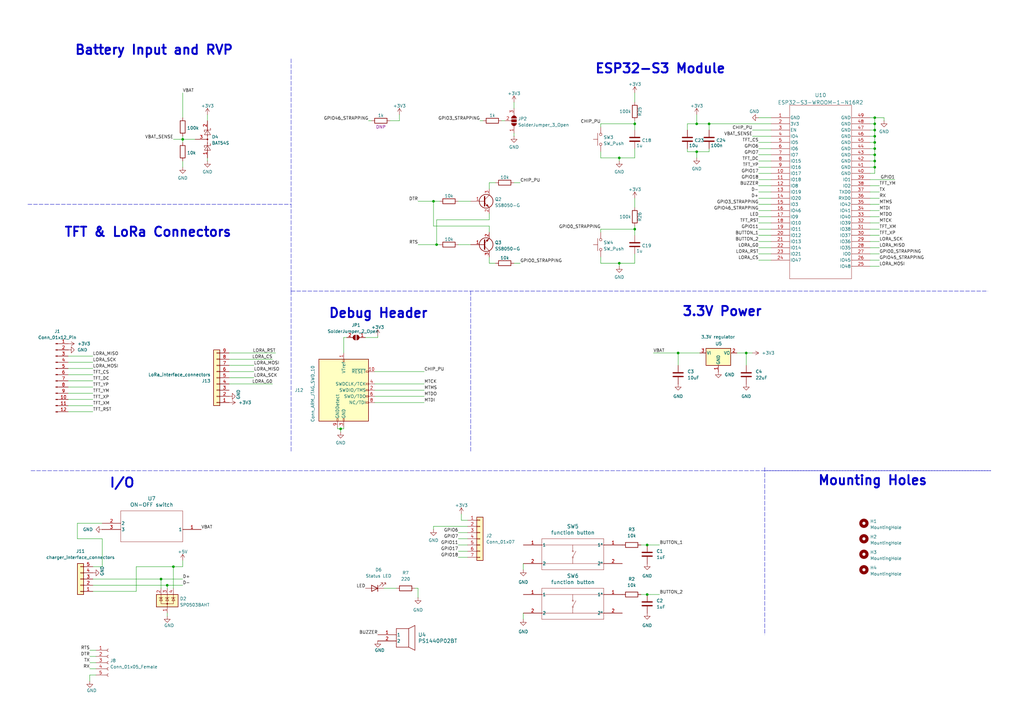
<source format=kicad_sch>
(kicad_sch (version 20231120) (generator "eeschema") (generator_version "8.0")
  (paper "A3")
  (lib_symbols
    (symbol "+3V3_1" (power) (pin_numbers hide) (pin_names (offset 0) hide)
      (property "Value" "+3V3" (at 0 3.556 0))
      (symbol "+3V3_1_1_1"
        (pin power_in line (at 0 0 90) (length 0) (name "~") (number "1"))
      )
    )
    (symbol "2024-10-08_01-38-24:EVQ-P7A01P" (pin_names (offset 0.254))
      (property "Reference" "SW6" (at 20.32 7.62 0))
      (property "Value" "function button" (at 20.32 5.08 0))
      (symbol "EVQ-P7A01P_0_1"
        (pin unspecified line (at 0 0 0) (length 7.62) (name "1") (number "1"))
        (pin unspecified line (at 0 -7.62 0) (length 7.62) (name "2") (number "2"))
      )
      (symbol "EVQ-P7A01P_1_1"
        (pin unspecified line (at 40.64 0 180) (length 7.62) (name "1*") (number "1"))
        (pin unspecified line (at 40.64 -7.62 180) (length 7.62) (name "2*") (number "2"))
      )
    )
    (symbol "2024-10-08_01-39-16:OS102011MA1QS1" (pin_names (offset 0.254))
      (property "Reference" "U" (at 20.32 10.16 0))
      (property "Value" "OS102011MA1QS1" (at 20.32 7.62 0))
      (symbol "OS102011MA1QS1_0_1"
        (pin unspecified line (at 0 0 0) (length 7.62) (name "1") (number "1"))
        (pin unspecified line (at 40.64 -2.54 180) (length 7.62) (name "2") (number "2"))
        (pin unspecified line (at 40.64 0 180) (length 7.62) (name "3") (number "3"))
      )
    )
    (symbol "2024-10-11_03-25-17:PS1440P02BT" (pin_names (offset 0.254))
      (property "Reference" "U" (at 7.62 7.62 0))
      (property "Value" "PS1440P02BT" (at 20.32 7.62 0))
      (symbol "PS1440P02BT_0_1"
        (pin unspecified line (at 0 0 0) (length 7.62) (name "1") (number "1"))
        (pin unspecified line (at 0 -2.54 0) (length 7.62) (name "2") (number "2"))
      )
    )
    (symbol "Connector:Conn_01x05_Female" (pin_names (offset 1.016) hide)
      (property "Reference" "J" (at 0 7.62 0))
      (property "Value" "Conn_01x05_Female" (at 0 -7.62 0))
      (symbol "Conn_01x05_Female_1_1"
        (pin passive line (at -5.08 5.08 0) (length 3.81) (name "Pin_1") (number "1"))
        (pin passive line (at -5.08 2.54 0) (length 3.81) (name "Pin_2") (number "2"))
        (pin passive line (at -5.08 0 0) (length 3.81) (name "Pin_3") (number "3"))
        (pin passive line (at -5.08 -2.54 0) (length 3.81) (name "Pin_4") (number "4"))
        (pin passive line (at -5.08 -5.08 0) (length 3.81) (name "Pin_5") (number "5"))
      )
    )
    (symbol "Connector:Conn_01x12_Pin" (pin_names (offset 1.016) hide)
      (property "Reference" "J" (at 0 15.24 0))
      (property "Value" "Conn_01x12_Pin" (at 0 -17.78 0))
      (symbol "Conn_01x12_Pin_1_1"
        (pin passive line (at 5.08 12.7 180) (length 3.81) (name "Pin_1") (number "1"))
        (pin passive line (at 5.08 -10.16 180) (length 3.81) (name "Pin_10") (number "10"))
        (pin passive line (at 5.08 -12.7 180) (length 3.81) (name "Pin_11") (number "11"))
        (pin passive line (at 5.08 -15.24 180) (length 3.81) (name "Pin_12") (number "12"))
        (pin passive line (at 5.08 10.16 180) (length 3.81) (name "Pin_2") (number "2"))
        (pin passive line (at 5.08 7.62 180) (length 3.81) (name "Pin_3") (number "3"))
        (pin passive line (at 5.08 5.08 180) (length 3.81) (name "Pin_4") (number "4"))
        (pin passive line (at 5.08 2.54 180) (length 3.81) (name "Pin_5") (number "5"))
        (pin passive line (at 5.08 0 180) (length 3.81) (name "Pin_6") (number "6"))
        (pin passive line (at 5.08 -2.54 180) (length 3.81) (name "Pin_7") (number "7"))
        (pin passive line (at 5.08 -5.08 180) (length 3.81) (name "Pin_8") (number "8"))
        (pin passive line (at 5.08 -7.62 180) (length 3.81) (name "Pin_9") (number "9"))
      )
    )
    (symbol "Connector:Conn_ARM_JTAG_SWD_10" (pin_names (offset 1.016))
      (property "Reference" "J" (at -2.54 16.51 0))
      (property "Value" "Conn_ARM_JTAG_SWD_10" (at -2.54 13.97 0))
      (symbol "Conn_ARM_JTAG_SWD_10_1_1"
        (pin power_in line (at 0 15.24 270) (length 2.54) (name "VTref") (number "1"))
        (pin open_collector line (at 12.7 7.62 180) (length 2.54) (name "~{RESET}") (number "10"))
        (pin bidirectional line (at 12.7 0 180) (length 2.54) (name "SWDIO/TMS") (number "2"))
        (pin power_in line (at 0 -15.24 90) (length 2.54) (name "GND") (number "3"))
        (pin output line (at 12.7 2.54 180) (length 2.54) (name "SWDCLK/TCK") (number "4"))
        (pin passive line (at 0 -15.24 90) (length 2.54) hide (name "GND") (number "5"))
        (pin input line (at 12.7 -2.54 180) (length 2.54) (name "SWO/TDO") (number "6"))
        (pin no_connect line (at -10.16 0 0) (length 2.54) hide (name "KEY") (number "7"))
        (pin output line (at 12.7 -5.08 180) (length 2.54) (name "NC/TDI") (number "8"))
        (pin passive line (at -2.54 -15.24 90) (length 2.54) (name "GNDDetect") (number "9"))
      )
    )
    (symbol "Connector_Generic:Conn_01x05" (pin_names (offset 1.016) hide)
      (property "Reference" "J11" (at 0 -11.43 0))
      (property "Value" "charger_interface_connectors" (at 0 -8.89 0))
      (symbol "Conn_01x05_1_1"
        (pin passive line (at -5.08 5.08 0) (length 3.81) (name "5V") (number "1"))
        (pin passive line (at -5.08 2.54 0) (length 3.81) (name "D-") (number "2"))
        (pin passive line (at -5.08 0 0) (length 3.81) (name "D+") (number "3"))
        (pin passive line (at -5.08 -2.54 0) (length 3.81) (name "GND") (number "4"))
        (pin passive line (at -5.08 -5.08 0) (length 3.81) (name "BAT") (number "5"))
      )
    )
    (symbol "Connector_Generic:Conn_01x07" (pin_names (offset 1.016) hide)
      (property "Reference" "J" (at 0 10.16 0))
      (property "Value" "Conn_01x07" (at 0 -10.16 0))
      (symbol "Conn_01x07_1_1"
        (pin passive line (at -5.08 7.62 0) (length 3.81) (name "Pin_1") (number "1"))
        (pin passive line (at -5.08 5.08 0) (length 3.81) (name "Pin_2") (number "2"))
        (pin passive line (at -5.08 2.54 0) (length 3.81) (name "Pin_3") (number "3"))
        (pin passive line (at -5.08 0 0) (length 3.81) (name "Pin_4") (number "4"))
        (pin passive line (at -5.08 -2.54 0) (length 3.81) (name "Pin_5") (number "5"))
        (pin passive line (at -5.08 -5.08 0) (length 3.81) (name "Pin_6") (number "6"))
        (pin passive line (at -5.08 -7.62 0) (length 3.81) (name "Pin_7") (number "7"))
      )
    )
    (symbol "Connector_Generic:Conn_01x09" (pin_names (offset 1.016) hide)
      (property "Reference" "J13" (at 2.54 1.2701 0))
      (property "Value" "LoRa_interface_connectors" (at 2.54 -1.2699 0))
      (symbol "Conn_01x09_1_1"
        (pin passive line (at -5.08 10.16 0) (length 3.81) (name "VIN") (number "1"))
        (pin passive line (at -5.08 7.62 0) (length 3.81) (name "GND") (number "2"))
        (pin passive line (at -5.08 5.08 0) (length 3.81) (name "EN") (number "3"))
        (pin passive line (at -5.08 2.54 0) (length 3.81) (name "G0") (number "4"))
        (pin passive line (at -5.08 0 0) (length 3.81) (name "SCK") (number "5"))
        (pin passive line (at -5.08 -2.54 0) (length 3.81) (name "MISO") (number "6"))
        (pin passive line (at -5.08 -5.08 0) (length 3.81) (name "MOSI") (number "7"))
        (pin passive line (at -5.08 -7.62 0) (length 3.81) (name "CS") (number "8"))
        (pin passive line (at -5.08 -10.16 0) (length 3.81) (name "RST") (number "9"))
      )
    )
    (symbol "Device:C" (pin_numbers hide) (pin_names (offset 0.254))
      (property "Reference" "C" (at 0.635 2.54 0))
      (property "Value" "C" (at 0.635 -2.54 0))
      (symbol "C_1_1"
        (pin passive line (at 0 3.81 270) (length 2.794) (name "~") (number "1"))
        (pin passive line (at 0 -3.81 90) (length 2.794) (name "~") (number "2"))
      )
    )
    (symbol "Device:Q_NPN_BEC" (pin_names (offset 0) hide)
      (property "Reference" "Q" (at 5.08 1.27 0))
      (property "Value" "Q_NPN_BEC" (at 5.08 -1.27 0))
      (symbol "Q_NPN_BEC_1_1"
        (pin input line (at -5.08 0 0) (length 5.715) (name "B") (number "1"))
        (pin passive line (at 2.54 -5.08 90) (length 2.54) (name "E") (number "2"))
        (pin passive line (at 2.54 5.08 270) (length 2.54) (name "C") (number "3"))
      )
    )
    (symbol "Device:R" (pin_numbers hide) (pin_names (offset 0))
      (property "Reference" "R" (at 2.032 0 90))
      (property "Value" "R" (at 0 0 90))
      (symbol "R_1_1"
        (pin passive line (at 0 3.81 270) (length 1.27) (name "~") (number "1"))
        (pin passive line (at 0 -3.81 90) (length 1.27) (name "~") (number "2"))
      )
    )
    (symbol "Diode:BAT54S" (pin_names (offset 1.016))
      (property "Reference" "D" (at 0.635 -3.81 0))
      (property "Value" "BAT54S" (at -6.35 3.175 0))
      (symbol "BAT54S_1_1"
        (pin passive line (at -7.62 0 0) (length 3.81) (name "~") (number "1"))
        (pin passive line (at 7.62 0 180) (length 3.81) (name "~") (number "2"))
        (pin passive line (at 0 -5.08 90) (length 5.08) (name "~") (number "3"))
      )
    )
    (symbol "EVQ-P7A01P_1" (pin_names (offset 0.254))
      (property "Reference" "SW5" (at 20.32 7.62 0))
      (property "Value" "function button" (at 20.32 5.08 0))
      (symbol "EVQ-P7A01P_1_0_1"
        (pin unspecified line (at 0 0 0) (length 7.62) (name "1") (number "1"))
        (pin unspecified line (at 40.64 0 180) (length 7.62) (name "1*") (number "1"))
        (pin unspecified line (at 0 -7.62 0) (length 7.62) (name "2") (number "2"))
        (pin unspecified line (at 40.64 -7.62 180) (length 7.62) (name "2*") (number "2"))
      )
    )
    (symbol "Jumper:SolderJumper_2_Open" (pin_names (offset 0) hide)
      (property "Reference" "JP" (at 0 2.032 0))
      (property "Value" "SolderJumper_2_Open" (at 0 -2.54 0))
      (symbol "SolderJumper_2_Open_1_1"
        (pin passive line (at -3.81 0 0) (length 2.54) (name "A") (number "1"))
        (pin passive line (at 3.81 0 180) (length 2.54) (name "B") (number "2"))
      )
    )
    (symbol "Jumper:SolderJumper_3_Open" (pin_names (offset 0) hide)
      (property "Reference" "JP" (at -2.54 -2.54 0))
      (property "Value" "SolderJumper_3_Open" (at 0 2.794 0))
      (symbol "SolderJumper_3_Open_1_1"
        (pin passive line (at -5.08 0 0) (length 2.54) (name "A") (number "1"))
        (pin passive line (at 0 -3.81 90) (length 2.54) (name "C") (number "2"))
        (pin passive line (at 5.08 0 180) (length 2.54) (name "B") (number "3"))
      )
    )
    (symbol "LED:IR26-21C_L110_TR8" (pin_numbers hide) (pin_names (offset 1.016) hide)
      (property "Reference" "D" (at 0 2.54 0))
      (property "Value" "IR26-21C_L110_TR8" (at 0 -3.81 0))
      (symbol "IR26-21C_L110_TR8_1_1"
        (pin passive line (at -3.81 0 0) (length 2.54) (name "K") (number "1"))
        (pin passive line (at 3.81 0 180) (length 2.54) (name "A") (number "2"))
      )
    )
    (symbol "Mechanical:MountingHole" (pin_names (offset 1.016))
      (property "Reference" "H" (at 0 5.08 0))
      (property "Value" "MountingHole" (at 0 3.175 0))
    )
    (symbol "Power_Protection:SP0503BAHT" (pin_names hide)
      (property "Reference" "D" (at 5.715 2.54 0))
      (property "Value" "SP0503BAHT" (at 5.715 0.635 0))
      (symbol "SP0503BAHT_0_0"
        (pin passive line (at 0 -5.08 90) (length 2.54) (name "A") (number "1"))
      )
      (symbol "SP0503BAHT_1_1"
        (pin passive line (at -2.54 5.08 270) (length 2.54) (name "K") (number "2"))
        (pin passive line (at 0 5.08 270) (length 2.54) (name "K") (number "3"))
        (pin passive line (at 2.54 5.08 270) (length 2.54) (name "K") (number "4"))
      )
    )
    (symbol "Regulator_Linear:AZ1117-3.3" (pin_names (offset 0.254))
      (property "Reference" "U" (at -3.81 3.175 0))
      (property "Value" "AZ1117-3.3" (at 0 3.175 0))
      (symbol "AZ1117-3.3_1_1"
        (pin power_in line (at 0 -7.62 90) (length 2.54) (name "GND") (number "1"))
        (pin power_out line (at 7.62 0 180) (length 2.54) (name "VO") (number "2"))
        (pin power_in line (at -7.62 0 0) (length 2.54) (name "VI") (number "3"))
      )
    )
    (symbol "Switch:SW_Push" (pin_numbers hide) (pin_names (offset 1.016) hide)
      (property "Reference" "SW" (at 1.27 2.54 0))
      (property "Value" "SW_Push" (at 0 -1.524 0))
      (symbol "SW_Push_0_1"
        (pin passive line (at -5.08 0 0) (length 2.54) (name "1") (number "1"))
        (pin passive line (at 5.08 0 180) (length 2.54) (name "2") (number "2"))
      )
    )
    (symbol "basic:C" (pin_numbers hide) (pin_names (offset 0.254))
      (property "Reference" "C" (at 0.635 2.54 0))
      (symbol "C_1_1"
        (pin passive line (at 0 3.81 270) (length 2.794) (name "~") (number "1"))
        (pin passive line (at 0 -3.81 90) (length 2.794) (name "~") (number "2"))
      )
    )
    (symbol "basic:R" (pin_numbers hide) (pin_names (offset 0))
      (property "Value" "R" (at 0 0 90))
      (symbol "R_1_1"
        (pin passive line (at 0 3.81 270) (length 1.27) (name "~") (number "1"))
        (pin passive line (at 0 -3.81 90) (length 1.27) (name "~") (number "2"))
      )
    )
    (symbol "local_symbols:ESP32-S3-WROOM-1-N16R2" (pin_names (offset 0.254))
      (property "Reference" "U" (at 20.32 10.16 0))
      (property "Value" "ESP32-S3-WROOM-1-N16R2" (at 20.32 7.62 0))
      (symbol "ESP32-S3-WROOM-1-N16R2_0_1"
        (pin power_out line (at 0 0 0) (length 7.62) (name "GND") (number "1"))
        (pin bidirectional line (at 0 -22.86 0) (length 7.62) (name "IO17") (number "10"))
        (pin bidirectional line (at 0 -25.4 0) (length 7.62) (name "IO18") (number "11"))
        (pin bidirectional line (at 0 -27.94 0) (length 7.62) (name "IO8") (number "12"))
        (pin bidirectional line (at 0 -30.48 0) (length 7.62) (name "IO19") (number "13"))
        (pin bidirectional line (at 0 -33.02 0) (length 7.62) (name "IO20") (number "14"))
        (pin bidirectional line (at 0 -35.56 0) (length 7.62) (name "IO3") (number "15"))
        (pin bidirectional line (at 0 -38.1 0) (length 7.62) (name "IO46") (number "16"))
        (pin bidirectional line (at 0 -40.64 0) (length 7.62) (name "IO9") (number "17"))
        (pin bidirectional line (at 0 -43.18 0) (length 7.62) (name "IO10") (number "18"))
        (pin bidirectional line (at 0 -45.72 0) (length 7.62) (name "IO11") (number "19"))
        (pin power_in line (at 0 -2.54 0) (length 7.62) (name "3V3") (number "2"))
        (pin bidirectional line (at 0 -48.26 0) (length 7.62) (name "IO12") (number "20"))
        (pin bidirectional line (at 0 -50.8 0) (length 7.62) (name "IO13") (number "21"))
        (pin bidirectional line (at 0 -53.34 0) (length 7.62) (name "IO14") (number "22"))
        (pin bidirectional line (at 0 -55.88 0) (length 7.62) (name "IO21") (number "23"))
        (pin bidirectional line (at 0 -58.42 0) (length 7.62) (name "IO47") (number "24"))
        (pin bidirectional line (at 40.64 -60.96 180) (length 7.62) (name "IO48") (number "25"))
        (pin bidirectional line (at 40.64 -58.42 180) (length 7.62) (name "IO45") (number "26"))
        (pin bidirectional line (at 40.64 -55.88 180) (length 7.62) (name "IO0") (number "27"))
        (pin bidirectional line (at 40.64 -53.34 180) (length 7.62) (name "IO35") (number "28"))
        (pin bidirectional line (at 40.64 -50.8 180) (length 7.62) (name "IO36") (number "29"))
        (pin input line (at 0 -5.08 0) (length 7.62) (name "EN") (number "3"))
        (pin bidirectional line (at 40.64 -48.26 180) (length 7.62) (name "IO37") (number "30"))
        (pin bidirectional line (at 40.64 -45.72 180) (length 7.62) (name "IO38") (number "31"))
        (pin bidirectional line (at 40.64 -43.18 180) (length 7.62) (name "IO39") (number "32"))
        (pin bidirectional line (at 40.64 -40.64 180) (length 7.62) (name "IO40") (number "33"))
        (pin bidirectional line (at 40.64 -38.1 180) (length 7.62) (name "IO41") (number "34"))
        (pin bidirectional line (at 40.64 -35.56 180) (length 7.62) (name "IO42") (number "35"))
        (pin bidirectional line (at 40.64 -33.02 180) (length 7.62) (name "RXD0") (number "36"))
        (pin bidirectional line (at 40.64 -30.48 180) (length 7.62) (name "TXD0") (number "37"))
        (pin bidirectional line (at 40.64 -27.94 180) (length 7.62) (name "IO2") (number "38"))
        (pin bidirectional line (at 40.64 -25.4 180) (length 7.62) (name "IO1") (number "39"))
        (pin bidirectional line (at 0 -7.62 0) (length 7.62) (name "IO4") (number "4"))
        (pin power_out line (at 40.64 -22.86 180) (length 7.62) (name "GND") (number "40"))
        (pin power_out line (at 40.64 -20.32 180) (length 7.62) (name "GND") (number "41"))
        (pin power_out line (at 40.64 -17.78 180) (length 7.62) (name "GND") (number "42"))
        (pin power_out line (at 40.64 -15.24 180) (length 7.62) (name "GND") (number "43"))
        (pin power_out line (at 40.64 -12.7 180) (length 7.62) (name "GND") (number "44"))
        (pin power_out line (at 40.64 -10.16 180) (length 7.62) (name "GND") (number "45"))
        (pin power_out line (at 40.64 -7.62 180) (length 7.62) (name "GND") (number "46"))
        (pin power_out line (at 40.64 -5.08 180) (length 7.62) (name "GND") (number "47"))
        (pin power_out line (at 40.64 -2.54 180) (length 7.62) (name "GND") (number "48"))
        (pin power_out line (at 40.64 0 180) (length 7.62) (name "GND") (number "49"))
        (pin bidirectional line (at 0 -10.16 0) (length 7.62) (name "IO5") (number "5"))
        (pin bidirectional line (at 0 -12.7 0) (length 7.62) (name "IO6") (number "6"))
        (pin bidirectional line (at 0 -15.24 0) (length 7.62) (name "IO7") (number "7"))
        (pin bidirectional line (at 0 -17.78 0) (length 7.62) (name "IO15") (number "8"))
        (pin bidirectional line (at 0 -20.32 0) (length 7.62) (name "IO16") (number "9"))
      )
    )
    (symbol "power:+3V3" (power) (pin_names (offset 0))
      (property "Value" "+3V3" (at 0 3.556 0))
      (symbol "+3V3_1_1"
        (pin power_in line (at 0 0 90) (length 0) hide (name "+3V3") (number "1"))
      )
    )
    (symbol "power:+5V" (power) (pin_names (offset 0))
      (property "Value" "+5V" (at 0 3.556 0))
      (symbol "+5V_1_1"
        (pin power_in line (at 0 0 90) (length 0) hide (name "+5V") (number "1"))
      )
    )
    (symbol "power:GND" (power) (pin_numbers hide) (pin_names (offset 0) hide)
      (property "Value" "GND" (at 0 -3.81 0))
      (symbol "GND_1_1"
        (pin power_in line (at 0 0 270) (length 0) (name "~") (number "1"))
      )
    )
  )
  (junction (at 260.35 93.98))
  (junction (at 358.775 55.88))
  (junction (at 265.43 243.84))
  (junction (at 285.75 62.23))
  (junction (at 358.775 50.8))
  (junction (at 358.775 58.42))
  (junction (at 71.12 232.41))
  (junction (at 285.75 50.8))
  (junction (at 290.83 50.8))
  (junction (at 278.13 144.78))
  (junction (at 358.775 68.58))
  (junction (at 74.93 57.15))
  (junction (at 265.43 223.52))
  (junction (at 358.775 48.26))
  (junction (at 68.58 240.03))
  (junction (at 358.775 66.04))
  (junction (at 358.775 60.96))
  (junction (at 260.35 50.8))
  (junction (at 179.07 100.33))
  (junction (at 254 107.95))
  (junction (at 358.775 63.5))
  (junction (at 306.07 144.78))
  (junction (at 139.7 175.895))
  (junction (at 254 64.77))
  (junction (at 358.775 53.34))
  (junction (at 66.04 237.49))
  (junction (at 177.8 82.55))
  (wire (pts (xy 36.83 266.7) (xy 39.37 266.7)))
  (wire (pts (xy 36.83 271.78) (xy 39.37 271.78)))
  (wire (pts (xy 68.58 240.03) (xy 74.93 240.03)))
  (wire (pts (xy 311.15 86.36) (xy 316.23 86.36)))
  (wire (pts (xy 154.94 137.795) (xy 154.94 138.43)))
  (polyline (pts (xy 193.04 119.38) (xy 193.04 185.42)) (stroke (width 0) (type dash)))
  (wire (pts (xy 260.35 81.28) (xy 260.35 85.09)))
  (wire (pts (xy 38.1 242.57) (xy 55.88 242.57)))
  (wire (pts (xy 187.96 218.44) (xy 191.77 218.44)))
  (polyline (pts (xy 119.38 24.13) (xy 119.38 119.38)) (stroke (width 0) (type dash)))
  (wire (pts (xy 356.87 99.06) (xy 360.68 99.06)))
  (wire (pts (xy 278.13 144.78) (xy 278.13 149.86)))
  (wire (pts (xy 311.15 99.06) (xy 316.23 99.06)))
  (wire (pts (xy 262.89 243.84) (xy 265.43 243.84)))
  (wire (pts (xy 38.1 151.13) (xy 27.94 151.13)))
  (wire (pts (xy 153.67 160.02) (xy 173.99 160.02)))
  (wire (pts (xy 254 107.95) (xy 254 109.22)))
  (wire (pts (xy 311.15 48.26) (xy 316.23 48.26)))
  (wire (pts (xy 104.14 152.4) (xy 93.98 152.4)))
  (wire (pts (xy 210.82 107.95) (xy 213.36 107.95)))
  (wire (pts (xy 356.87 81.28) (xy 360.68 81.28)))
  (wire (pts (xy 71.12 232.41) (xy 74.93 232.41)))
  (wire (pts (xy 311.15 73.66) (xy 316.23 73.66)))
  (wire (pts (xy 311.15 68.58) (xy 316.23 68.58)))
  (polyline (pts (xy 12.7 193.04) (xy 406.4 193.04)) (stroke (width 0) (type dash)))
  (wire (pts (xy 246.38 107.95) (xy 254 107.95)))
  (wire (pts (xy 200.66 90.17) (xy 179.07 90.17)))
  (wire (pts (xy 214.63 233.68) (xy 214.63 231.14)))
  (wire (pts (xy 308.61 53.34) (xy 316.23 53.34)))
  (wire (pts (xy 356.87 66.04) (xy 358.775 66.04)))
  (wire (pts (xy 260.35 107.95) (xy 254 107.95)))
  (wire (pts (xy 113.03 144.78) (xy 93.98 144.78)))
  (polyline (pts (xy 313.69 191.77) (xy 313.69 260.35)) (stroke (width 0) (type dash)))
  (wire (pts (xy 71.12 57.15) (xy 74.93 57.15)))
  (wire (pts (xy 160.02 49.53) (xy 163.83 49.53)))
  (wire (pts (xy 93.98 157.48) (xy 111.76 157.48)))
  (wire (pts (xy 187.96 228.6) (xy 191.77 228.6)))
  (wire (pts (xy 356.87 78.74) (xy 360.68 78.74)))
  (wire (pts (xy 285.75 62.23) (xy 290.83 62.23)))
  (wire (pts (xy 260.35 49.53) (xy 260.35 50.8)))
  (wire (pts (xy 356.87 55.88) (xy 358.775 55.88)))
  (wire (pts (xy 260.35 104.14) (xy 260.35 107.95)))
  (wire (pts (xy 260.35 92.71) (xy 260.35 93.98)))
  (wire (pts (xy 358.775 55.88) (xy 358.775 53.34)))
  (wire (pts (xy 38.1 240.03) (xy 68.58 240.03)))
  (wire (pts (xy 153.67 152.4) (xy 173.99 152.4)))
  (wire (pts (xy 356.87 93.98) (xy 360.68 93.98)))
  (wire (pts (xy 38.1 166.37) (xy 27.94 166.37)))
  (wire (pts (xy 281.94 60.96) (xy 281.94 62.23)))
  (polyline (pts (xy 406.4 193.04) (xy 313.69 193.04)) (stroke (width 0) (type dash)))
  (wire (pts (xy 171.45 241.3) (xy 171.45 245.11)))
  (wire (pts (xy 187.96 220.98) (xy 191.77 220.98)))
  (wire (pts (xy 214.63 254) (xy 214.63 251.46)))
  (wire (pts (xy 306.07 144.78) (xy 306.07 149.86)))
  (wire (pts (xy 187.96 100.33) (xy 193.04 100.33)))
  (wire (pts (xy 189.23 213.36) (xy 191.77 213.36)))
  (wire (pts (xy 200.66 105.41) (xy 200.66 107.95)))
  (wire (pts (xy 177.8 82.55) (xy 180.34 82.55)))
  (wire (pts (xy 246.38 50.8) (xy 260.35 50.8)))
  (wire (pts (xy 246.38 105.41) (xy 246.38 107.95)))
  (wire (pts (xy 311.15 71.12) (xy 316.23 71.12)))
  (wire (pts (xy 138.43 175.26) (xy 138.43 175.895)))
  (wire (pts (xy 356.87 104.14) (xy 360.68 104.14)))
  (wire (pts (xy 356.87 106.68) (xy 360.68 106.68)))
  (wire (pts (xy 356.87 68.58) (xy 358.775 68.58)))
  (wire (pts (xy 74.93 55.88) (xy 74.93 57.15)))
  (wire (pts (xy 171.45 100.33) (xy 179.07 100.33)))
  (wire (pts (xy 39.37 276.86) (xy 36.83 276.86)))
  (wire (pts (xy 267.97 144.78) (xy 278.13 144.78)))
  (wire (pts (xy 260.35 50.8) (xy 260.35 53.34)))
  (wire (pts (xy 246.38 62.23) (xy 246.38 64.77)))
  (wire (pts (xy 157.48 241.3) (xy 162.56 241.3)))
  (wire (pts (xy 104.14 149.86) (xy 93.98 149.86)))
  (wire (pts (xy 210.82 54.61) (xy 210.82 55.88)))
  (wire (pts (xy 177.8 215.9) (xy 191.77 215.9)))
  (wire (pts (xy 68.58 240.03) (xy 68.58 241.3)))
  (wire (pts (xy 358.775 66.04) (xy 358.775 63.5)))
  (wire (pts (xy 85.09 46.99) (xy 85.09 49.53)))
  (wire (pts (xy 311.15 104.14) (xy 316.23 104.14)))
  (wire (pts (xy 356.87 63.5) (xy 358.775 63.5)))
  (wire (pts (xy 281.94 50.8) (xy 285.75 50.8)))
  (wire (pts (xy 311.15 63.5) (xy 316.23 63.5)))
  (wire (pts (xy 55.88 232.41) (xy 71.12 232.41)))
  (wire (pts (xy 196.85 49.53) (xy 198.12 49.53)))
  (polyline (pts (xy 11.43 83.82) (xy 119.38 83.82)) (stroke (width 0) (type dash)))
  (wire (pts (xy 246.38 64.77) (xy 254 64.77)))
  (wire (pts (xy 38.1 163.83) (xy 27.94 163.83)))
  (wire (pts (xy 358.775 68.58) (xy 358.775 66.04)))
  (wire (pts (xy 311.15 91.44) (xy 316.23 91.44)))
  (wire (pts (xy 356.87 76.2) (xy 360.68 76.2)))
  (wire (pts (xy 246.38 52.07) (xy 246.38 50.8)))
  (wire (pts (xy 281.94 62.23) (xy 285.75 62.23)))
  (wire (pts (xy 358.775 58.42) (xy 358.775 55.88)))
  (wire (pts (xy 66.04 237.49) (xy 66.04 241.3)))
  (wire (pts (xy 358.775 53.34) (xy 358.775 50.8)))
  (wire (pts (xy 260.35 38.1) (xy 260.35 41.91)))
  (wire (pts (xy 179.07 90.17) (xy 179.07 100.33)))
  (wire (pts (xy 311.15 83.82) (xy 316.23 83.82)))
  (wire (pts (xy 358.775 71.12) (xy 358.775 68.58)))
  (polyline (pts (xy 119.38 119.38) (xy 405.13 119.38)) (stroke (width 0) (type dash)))
  (wire (pts (xy 38.1 158.75) (xy 27.94 158.75)))
  (wire (pts (xy 311.15 76.2) (xy 316.23 76.2)))
  (wire (pts (xy 311.15 106.68) (xy 316.23 106.68)))
  (wire (pts (xy 38.1 148.59) (xy 27.94 148.59)))
  (wire (pts (xy 290.83 50.8) (xy 316.23 50.8)))
  (wire (pts (xy 356.87 96.52) (xy 360.68 96.52)))
  (wire (pts (xy 356.87 101.6) (xy 360.68 101.6)))
  (wire (pts (xy 38.1 161.29) (xy 27.94 161.29)))
  (wire (pts (xy 311.15 96.52) (xy 316.23 96.52)))
  (wire (pts (xy 27.94 168.91) (xy 38.1 168.91)))
  (wire (pts (xy 163.83 46.99) (xy 163.83 49.53)))
  (wire (pts (xy 311.15 101.6) (xy 316.23 101.6)))
  (wire (pts (xy 68.58 251.46) (xy 68.58 252.73)))
  (wire (pts (xy 74.93 38.1) (xy 74.93 48.26)))
  (wire (pts (xy 285.75 62.23) (xy 285.75 64.77)))
  (wire (pts (xy 285.75 46.99) (xy 285.75 50.8)))
  (wire (pts (xy 356.87 48.26) (xy 358.775 48.26)))
  (wire (pts (xy 170.18 241.3) (xy 171.45 241.3)))
  (wire (pts (xy 38.1 153.67) (xy 27.94 153.67)))
  (wire (pts (xy 38.1 146.05) (xy 27.94 146.05)))
  (wire (pts (xy 200.66 87.63) (xy 200.66 90.17)))
  (wire (pts (xy 41.91 232.41) (xy 41.91 220.98)))
  (wire (pts (xy 200.66 95.25) (xy 200.66 92.71)))
  (wire (pts (xy 85.09 64.77) (xy 85.09 66.04)))
  (wire (pts (xy 140.97 138.43) (xy 140.97 144.78)))
  (wire (pts (xy 262.89 223.52) (xy 265.43 223.52)))
  (wire (pts (xy 260.35 64.77) (xy 254 64.77)))
  (wire (pts (xy 311.15 60.96) (xy 316.23 60.96)))
  (wire (pts (xy 210.82 74.93) (xy 213.36 74.93)))
  (wire (pts (xy 36.83 269.24) (xy 39.37 269.24)))
  (wire (pts (xy 74.93 57.15) (xy 80.01 57.15)))
  (wire (pts (xy 149.86 138.43) (xy 154.94 138.43)))
  (wire (pts (xy 205.74 49.53) (xy 207.01 49.53)))
  (wire (pts (xy 179.07 100.33) (xy 180.34 100.33)))
  (wire (pts (xy 36.83 276.86) (xy 36.83 279.4)))
  (wire (pts (xy 151.13 49.53) (xy 152.4 49.53)))
  (wire (pts (xy 41.91 220.98) (xy 31.75 220.98)))
  (wire (pts (xy 153.67 165.1) (xy 173.99 165.1)))
  (wire (pts (xy 153.67 157.48) (xy 173.99 157.48)))
  (wire (pts (xy 187.96 82.55) (xy 193.04 82.55)))
  (wire (pts (xy 171.45 82.55) (xy 177.8 82.55)))
  (wire (pts (xy 362.585 49.53) (xy 362.585 48.26)))
  (wire (pts (xy 278.13 144.78) (xy 287.02 144.78)))
  (wire (pts (xy 111.76 147.32) (xy 93.98 147.32)))
  (wire (pts (xy 200.66 107.95) (xy 203.2 107.95)))
  (wire (pts (xy 177.8 92.71) (xy 177.8 82.55)))
  (wire (pts (xy 358.775 60.96) (xy 358.775 58.42)))
  (wire (pts (xy 38.1 237.49) (xy 66.04 237.49)))
  (wire (pts (xy 311.15 58.42) (xy 316.23 58.42)))
  (wire (pts (xy 200.66 92.71) (xy 177.8 92.71)))
  (wire (pts (xy 210.82 41.91) (xy 210.82 44.45)))
  (wire (pts (xy 265.43 223.52) (xy 270.51 223.52)))
  (wire (pts (xy 311.15 66.04) (xy 316.23 66.04)))
  (wire (pts (xy 285.75 50.8) (xy 290.83 50.8)))
  (wire (pts (xy 138.43 175.895) (xy 139.7 175.895)))
  (wire (pts (xy 260.35 93.98) (xy 260.35 96.52)))
  (wire (pts (xy 140.97 175.26) (xy 140.97 175.895)))
  (wire (pts (xy 31.75 214.63) (xy 41.91 214.63)))
  (wire (pts (xy 311.15 81.28) (xy 316.23 81.28)))
  (wire (pts (xy 187.96 226.06) (xy 191.77 226.06)))
  (wire (pts (xy 246.38 95.25) (xy 246.38 93.98)))
  (wire (pts (xy 187.96 223.52) (xy 191.77 223.52)))
  (wire (pts (xy 38.1 232.41) (xy 41.91 232.41)))
  (wire (pts (xy 281.94 53.34) (xy 281.94 50.8)))
  (wire (pts (xy 71.12 232.41) (xy 71.12 241.3)))
  (polyline (pts (xy 119.38 119.38) (xy 119.38 185.42)) (stroke (width 0) (type dash)))
  (wire (pts (xy 356.87 109.22) (xy 360.68 109.22)))
  (wire (pts (xy 200.66 74.93) (xy 200.66 77.47)))
  (wire (pts (xy 55.88 242.57) (xy 55.88 232.41)))
  (wire (pts (xy 74.93 57.15) (xy 74.93 58.42)))
  (wire (pts (xy 358.775 48.26) (xy 358.775 50.8)))
  (wire (pts (xy 308.61 55.88) (xy 316.23 55.88)))
  (wire (pts (xy 356.87 58.42) (xy 358.775 58.42)))
  (wire (pts (xy 356.87 60.96) (xy 358.775 60.96)))
  (wire (pts (xy 356.87 73.66) (xy 367.03 73.66)))
  (wire (pts (xy 203.2 74.93) (xy 200.66 74.93)))
  (wire (pts (xy 38.1 156.21) (xy 27.94 156.21)))
  (wire (pts (xy 74.93 66.04) (xy 74.93 68.58)))
  (wire (pts (xy 290.83 60.96) (xy 290.83 62.23)))
  (wire (pts (xy 104.14 154.94) (xy 93.98 154.94)))
  (wire (pts (xy 356.87 83.82) (xy 360.68 83.82)))
  (wire (pts (xy 311.15 78.74) (xy 316.23 78.74)))
  (wire (pts (xy 254 64.77) (xy 254 66.04)))
  (wire (pts (xy 302.26 144.78) (xy 306.07 144.78)))
  (wire (pts (xy 139.7 175.895) (xy 139.7 177.165)))
  (wire (pts (xy 311.15 88.9) (xy 316.23 88.9)))
  (wire (pts (xy 153.67 162.56) (xy 173.99 162.56)))
  (wire (pts (xy 358.775 63.5) (xy 358.775 60.96)))
  (wire (pts (xy 260.35 60.96) (xy 260.35 64.77)))
  (wire (pts (xy 356.87 53.34) (xy 358.775 53.34)))
  (wire (pts (xy 358.775 50.8) (xy 356.87 50.8)))
  (wire (pts (xy 356.87 91.44) (xy 360.68 91.44)))
  (wire (pts (xy 356.87 86.36) (xy 360.68 86.36)))
  (wire (pts (xy 308.61 144.78) (xy 306.07 144.78)))
  (wire (pts (xy 311.15 93.98) (xy 316.23 93.98)))
  (wire (pts (xy 290.83 50.8) (xy 290.83 53.34)))
  (wire (pts (xy 36.83 274.32) (xy 39.37 274.32)))
  (wire (pts (xy 66.04 237.49) (xy 74.93 237.49)))
  (wire (pts (xy 177.8 215.9) (xy 177.8 217.17)))
  (wire (pts (xy 356.87 71.12) (xy 358.775 71.12)))
  (wire (pts (xy 142.24 138.43) (xy 140.97 138.43)))
  (wire (pts (xy 265.43 243.84) (xy 270.51 243.84)))
  (wire (pts (xy 74.93 229.87) (xy 74.93 232.41)))
  (wire (pts (xy 246.38 93.98) (xy 260.35 93.98)))
  (wire (pts (xy 189.23 210.82) (xy 189.23 213.36)))
  (wire (pts (xy 356.87 88.9) (xy 360.68 88.9)))
  (wire (pts (xy 358.775 48.26) (xy 362.585 48.26)))
  (wire (pts (xy 140.97 175.895) (xy 139.7 175.895)))
  (wire (pts (xy 31.75 220.98) (xy 31.75 214.63)))
  (text "I/O" (at 44.704 200.406 0) (effects (font (size 3.81 3.81) (thickness 0.762) (bold yes)) (justify left bottom)))
  (text "3.3V Power" (at 279.654 130.048 0) (effects (font (size 3.81 3.81) (thickness 0.762) (bold yes)) (justify left bottom)))
  (text "Debug Header" (at 134.62 130.81 0) (effects (font (size 3.81 3.81) (thickness 0.762) (bold yes)) (justify left bottom)))
  (text "ESP32-S3 Module" (at 243.84 30.48 0) (effects (font (size 3.81 3.81) (thickness 0.762) (bold yes)) (justify left bottom)))
  (text "Mounting Holes" (at 335.28 199.39 0) (effects (font (size 3.81 3.81) (thickness 0.762) (bold yes)) (justify left bottom)))
  (text "TFT & LoRa Connectors\n" (at 26.162 97.536 0) (effects (font (size 3.81 3.81) (thickness 0.762) (bold yes)) (justify left bottom)))
  (text "Battery Input and RVP" (at 30.48 22.86 0) (effects (font (size 3.81 3.81) (thickness 0.762) (bold yes)) (justify left bottom)))
  (label "TFT_XM" (at 38.1 166.37 0))
  (label "GPIO3_STRAPPING" (at 196.85 49.53 180))
  (label "LORA_MISO" (at 360.68 101.6 0))
  (label "D+" (at 74.93 237.49 0))
  (label "LORA_CS" (at 311.15 106.68 180))
  (label "LORA_G0" (at 311.15 101.6 180))
  (label "GPIO46_STRAPPING" (at 311.15 86.36 180))
  (label "GPIO18" (at 311.15 73.66 180))
  (label "VBAT" (at 267.97 144.78 0))
  (label "TFT_XP" (at 360.68 96.52 0))
  (label "TFT_RST" (at 311.15 91.44 180))
  (label "D-" (at 74.93 240.03 0))
  (label "LORA_MOSI" (at 104.14 149.86 0))
  (label "TFT_CS" (at 311.15 58.42 180))
  (label "MTMS" (at 360.68 83.82 0))
  (label "GPIO7" (at 187.96 220.98 180))
  (label "GPIO45_STRAPPING" (at 360.68 106.68 0))
  (label "GPIO6" (at 311.15 60.96 180))
  (label "GPIO6" (at 187.96 218.44 180))
  (label "VBAT_SENSE" (at 308.61 55.88 180))
  (label "LORA_SCK" (at 360.68 99.06 0))
  (label "LORA_MISO" (at 38.1 146.05 0))
  (label "LORA_RST" (at 311.15 104.14 180))
  (label "BUZZER" (at 154.94 260.35 180))
  (label "BUTTON_1" (at 311.15 96.52 180))
  (label "MTCK" (at 173.99 157.48 0))
  (label "LORA_CS" (at 111.76 147.32 180))
  (label "CHIP_PU" (at 308.61 53.34 180))
  (label "BUTTON_2" (at 270.51 243.84 0))
  (label "DTR" (at 36.83 269.24 180))
  (label "LORA_SCK" (at 38.1 148.59 0))
  (label "GPIO11" (at 187.96 223.52 180))
  (label "TFT_YM" (at 360.68 76.2 0))
  (label "CHIP_PU" (at 173.99 152.4 0))
  (label "GPIO7" (at 311.15 63.5 180))
  (label "LORA_SCK" (at 104.14 154.94 0))
  (label "VBAT" (at 82.55 217.17 0))
  (label "DTR" (at 171.45 82.55 180))
  (label "GPIO0_STRAPPING" (at 213.36 107.95 0))
  (label "VBAT_SENSE" (at 71.12 57.15 180))
  (label "CHIP_PU" (at 246.38 50.8 180))
  (label "MTCK" (at 360.68 91.44 0))
  (label "BUTTON_1" (at 270.51 223.52 0))
  (label "TFT_YM" (at 38.1 161.29 0))
  (label "GPIO11" (at 311.15 93.98 180))
  (label "RTS" (at 36.83 266.7 180))
  (label "LORA_MOSI" (at 360.68 109.22 0))
  (label "MTDI" (at 173.99 165.1 0))
  (label "TFT_XP" (at 38.1 163.83 0))
  (label "BUTTON_2" (at 311.15 99.06 180))
  (label "TFT_RST" (at 38.1 168.91 0))
  (label "RX" (at 360.68 81.28 0))
  (label "GPIO1" (at 367.03 73.66 180))
  (label "GPIO18" (at 187.96 228.6 180))
  (label "TFT_XM" (at 360.68 93.98 0))
  (label "MTDI" (at 360.68 86.36 0))
  (label "LED" (at 149.86 241.3 180))
  (label "RX" (at 36.83 274.32 180))
  (label "BUZZER" (at 311.15 76.2 180))
  (label "TFT_DC" (at 311.15 66.04 180))
  (label "LED" (at 311.15 88.9 180))
  (label "CHIP_PU" (at 213.36 74.93 0))
  (label "GPIO3_STRAPPING" (at 311.15 83.82 180))
  (label "TFT_CS" (at 38.1 153.67 0))
  (label "TX" (at 360.68 78.74 0))
  (label "D-" (at 311.15 78.74 180))
  (label "MTMS" (at 173.99 160.02 0))
  (label "TFT_DC" (at 38.1 156.21 0))
  (label "LORA_MOSI" (at 38.1 151.13 0))
  (label "LORA_G0" (at 111.76 157.48 180))
  (label "GPIO46_STRAPPING" (at 151.13 49.53 180))
  (label "GPIO0_STRAPPING" (at 360.68 104.14 0))
  (label "RTS" (at 171.45 100.33 180))
  (label "VBAT" (at 74.93 38.1 0))
  (label "GPIO0_STRAPPING" (at 246.38 93.98 180))
  (label "MTDO" (at 173.99 162.56 0))
  (label "LORA_MISO" (at 104.14 152.4 0))
  (label "TX" (at 36.83 271.78 180))
  (label "LORA_RST" (at 113.03 144.78 180))
  (label "MTDO" (at 360.68 88.9 0))
  (label "TFT_YP" (at 38.1 158.75 0))
  (label "TFT_YP" (at 311.15 68.58 180))
  (label "GPIO17" (at 311.15 71.12 180))
  (label "GPIO17" (at 187.96 226.06 180))
  (label "D+" (at 311.15 81.28 180))
  (symbol (lib_id "2024-10-08_01-38-24:EVQ-P7A01P") (at 214.63 243.84 0) (unit 1)
    (property "Reference" "SW6" (at 234.95 236.22 0) (effects (font (size 1.524 1.524))))
    (property "Value" "function button" (at 234.95 238.76 0) (effects (font (size 1.524 1.524))))
    (property "Footprint" "Button_Switch_SMD:SW_SPST_EVQP7A" (effects (hide yes)))
    (property "Datasheet" "EVQ-P7A01P" (effects (hide yes)))
  )
  (symbol (lib_id "power:GND") (at 285.75 64.77 0) (unit 1)
    (property "Reference" "#PWR079" (effects (hide yes)))
    (property "Value" "GND" (at 285.75 69.2134 0))
  )
  (symbol (lib_id "2024-10-08_01-39-16:OS102011MA1QS1") (at 82.55 217.17 180) (unit 1)
    (property "Reference" "U7" (at 62.23 204.47 0) (effects (font (size 1.524 1.524))))
    (property "Value" "ON-OFF switch" (at 62.23 207.01 0) (effects (font (size 1.524 1.524))))
    (property "Footprint" "Button_Switch_THT:SW_Slide_SPDT_Angled_CK_OS102011MA1Q" (effects (hide yes)))
    (property "Datasheet" "OS102011MA1QS1" (effects (hide yes)))
  )
  (symbol (lib_id "Device:R") (at 259.08 223.52 90) (unit 1)
    (property "Reference" "R3" (at 259.08 217.17 90))
    (property "Value" "10k" (at 259.08 219.71 90))
    (property "Footprint" "Resistor_SMD:R_0805_2012Metric_Pad1.20x1.40mm_HandSolder" (effects (hide yes)))
    (property "Description" "Resistor" (effects (hide yes)))
  )
  (symbol (lib_id "2024-10-11_03-25-17:PS1440P02BT") (at 154.94 260.35 0) (unit 1)
    (property "Reference" "U4" (at 171.45 260.3499 0) (effects (font (size 1.524 1.524)) (justify left)))
    (property "Value" "PS1440P02BT" (at 171.45 262.8899 0) (effects (font (size 1.524 1.524)) (justify left)))
    (property "Footprint" "Buzzer_Beeper:Buzzer_TDK_PS1240P02BT_D12.2mm_H6.5mm" (effects (hide yes)))
    (property "Datasheet" "PS1440P02BT" (effects (hide yes)))
  )
  (symbol (lib_id "power:GND") (at 254 66.04 0) (unit 1)
    (property "Reference" "#PWR067" (effects (hide yes)))
    (property "Value" "GND" (at 254 70.4834 0))
  )
  (symbol (lib_id "Device:Q_NPN_BEC") (at 198.12 100.33 0) (mirror x) (unit 1)
    (property "Reference" "Q3" (at 202.9714 99.4953 0) (effects (justify left)))
    (property "Value" "SS8050-G" (at 202.9714 102.0322 0) (effects (justify left)))
    (property "Footprint" "Package_TO_SOT_SMD:SOT-23" (effects (hide yes)))
  )
  (symbol (lib_id "Device:C") (at 306.07 153.67 0) (unit 1)
    (property "Reference" "C4" (at 309.88 152.3999 0) (effects (justify left)))
    (property "Value" "22uF" (at 309.88 154.9399 0) (effects (justify left)))
    (property "Footprint" "Capacitor_SMD:C_0805_2012Metric_Pad1.18x1.45mm_HandSolder" (effects (hide yes)))
    (property "Description" "Unpolarized capacitor" (effects (hide yes)))
  )
  (symbol (lib_id "Switch:SW_Push") (at 246.38 100.33 90) (unit 1)
    (property "Reference" "SW4" (at 247.523 99.4953 90) (effects (justify right)))
    (property "Value" "SW_Push" (at 247.523 102.0322 90) (effects (justify right)))
    (property "Footprint" "Button_Switch_SMD:SW_SPST_B3S-1000" (effects (hide yes)))
    (property "Datasheet" "https://www.digikey.com/en/products/detail/omron-electronics-inc-emc-div/B3S-1000/20686" (effects (hide yes)))
  )
  (symbol (lib_id "Device:C") (at 265.43 247.65 0) (unit 1)
    (property "Reference" "C2" (at 269.24 246.3799 0) (effects (justify left)))
    (property "Value" "1uF" (at 269.24 248.9199 0) (effects (justify left)))
    (property "Footprint" "Capacitor_SMD:C_0805_2012Metric_Pad1.18x1.45mm_HandSolder" (effects (hide yes)))
    (property "Description" "Unpolarized capacitor" (effects (hide yes)))
  )
  (symbol (lib_id "power:+3V3") (at 93.98 165.1 270) (unit 1)
    (property "Reference" "#PWR019" (effects (hide yes)))
    (property "Value" "+3V3" (at 97.79 165.0999 90) (effects (justify left)))
  )
  (symbol (lib_id "power:GND") (at 210.82 55.88 0) (unit 1)
    (property "Reference" "#PWR059" (effects (hide yes)))
    (property "Value" "GND" (at 210.82 60.3234 0))
  )
  (symbol (lib_id "Connector:Conn_01x05_Female") (at 44.45 271.78 0) (unit 1)
    (property "Reference" "J8" (at 45.1612 270.9453 0) (effects (justify left)))
    (property "Value" "Conn_01x05_Female" (at 45.1612 273.4822 0) (effects (justify left)))
    (property "Footprint" "Connector_PinHeader_2.54mm:PinHeader_1x05_P2.54mm_Vertical" (effects (hide yes)))
  )
  (symbol (lib_id "Device:R") (at 259.08 243.84 90) (unit 1)
    (property "Reference" "R2" (at 259.08 237.49 90))
    (property "Value" "10k" (at 259.08 240.03 90))
    (property "Footprint" "Resistor_SMD:R_0805_2012Metric_Pad1.20x1.40mm_HandSolder" (effects (hide yes)))
    (property "Description" "Resistor" (effects (hide yes)))
  )
  (symbol (lib_id "power:GND") (at 254 109.22 0) (unit 1)
    (property "Reference" "#PWR068" (effects (hide yes)))
    (property "Value" "GND" (at 254 113.6634 0))
  )
  (symbol (lib_id "power:GND") (at 362.585 49.53 0) (unit 1)
    (property "Reference" "#PWR084" (effects (hide yes)))
    (property "Value" "GND" (at 362.585 53.9734 0))
  )
  (symbol (lib_name "+3V3_1") (lib_id "power:+3V3") (at 27.94 140.97 270) (unit 1)
    (property "Reference" "#PWR03" (effects (hide yes)))
    (property "Value" "+3V3" (at 31.75 140.9699 90) (effects (justify left)))
    (property "Description" "Power symbol creates a global label with name \"+3V3\"" (effects (hide yes)))
  )
  (symbol (lib_id "power:GND") (at 171.45 245.11 0) (unit 1)
    (property "Reference" "#PWR047" (effects (hide yes)))
    (property "Value" "GND" (at 171.45 250.19 0))
    (property "Description" "Power symbol creates a global label with name \"GND\" , ground" (effects (hide yes)))
  )
  (symbol (lib_id "power:GND") (at 177.8 217.17 0) (unit 1)
    (property "Reference" "#PWR035" (effects (hide yes)))
    (property "Value" "GND" (at 177.8 221.6134 0))
  )
  (symbol (lib_id "Jumper:SolderJumper_2_Open") (at 146.05 138.43 180) (unit 1)
    (property "Reference" "JP1" (at 146.05 133.35 0))
    (property "Value" "SolderJumper_2_Open" (at 144.78 135.89 0))
    (property "Footprint" "Jumper:SolderJumper-2_P1.3mm_Open_TrianglePad1.0x1.5mm" (effects (hide yes)))
  )
  (symbol (lib_id "power:+3V3") (at 260.35 38.1 0) (unit 1)
    (property "Reference" "#PWR070" (effects (hide yes)))
    (property "Value" "+3V3" (at 260.35 34.5242 0))
  )
  (symbol (lib_id "power:+3V3") (at 85.09 46.99 0) (unit 1)
    (property "Reference" "#PWR041" (effects (hide yes)))
    (property "Value" "+3V3" (at 85.09 43.4142 0))
  )
  (symbol (lib_id "Mechanical:MountingHole") (at 354.33 227.33 0) (unit 1)
    (property "Reference" "H3" (at 356.87 226.4953 0) (effects (justify left)))
    (property "Value" "MountingHole" (at 356.87 229.0322 0) (effects (justify left)))
    (property "Footprint" "MountingHole:MountingHole_3.2mm_M3" (effects (hide yes)))
  )
  (symbol (lib_id "power:GND") (at 214.63 254 0) (unit 1)
    (property "Reference" "#PWR040" (effects (hide yes)))
    (property "Value" "GND" (at 214.63 259.08 0))
    (property "Description" "Power symbol creates a global label with name \"GND\" , ground" (effects (hide yes)))
  )
  (symbol (lib_id "basic:R") (at 156.21 49.53 90) (unit 1)
    (property "Reference" "R13" (effects (hide yes)))
    (property "Value" "1k" (at 156.21 47.3512 90))
    (property "Footprint" "Resistor_SMD:R_0805_2012Metric_Pad1.20x1.40mm_HandSolder" (effects (hide yes)))
    (property "Note" "DNP" (at 156.21 52.07 90))
  )
  (symbol (lib_id "LED:IR26-21C_L110_TR8") (at 153.67 241.3 180) (unit 1)
    (property "Reference" "D6" (at 155.2575 233.68 0))
    (property "Value" "Status LED" (at 155.2575 236.22 0))
    (property "Footprint" "LED_SMD:LED_1206_3216Metric" (effects (hide yes)))
    (property "Datasheet" "http://www.everlight.com/file/ProductFile/IR26-21C-L110-TR8.pdf" (effects (hide yes)))
    (property "Description" "940nm, 20 deg, Infrared LED, 1206" (effects (hide yes)))
  )
  (symbol (lib_id "basic:C") (at 260.35 57.15 0) (unit 1)
    (property "Reference" "C18" (at 263.271 57.5838 0) (effects (justify left)))
    (property "Value" "1u" (at 260.985 59.69 0) (effects (justify left)))
    (property "Footprint" "Capacitor_SMD:C_0805_2012Metric_Pad1.18x1.45mm_HandSolder" (effects (hide yes)))
  )
  (symbol (lib_id "Mechanical:MountingHole") (at 354.33 233.68 0) (unit 1)
    (property "Reference" "H4" (at 356.87 232.8453 0) (effects (justify left)))
    (property "Value" "MountingHole" (at 356.87 235.3822 0) (effects (justify left)))
    (property "Footprint" "MountingHole:MountingHole_3.2mm_M3" (effects (hide yes)))
  )
  (symbol (lib_id "Jumper:SolderJumper_3_Open") (at 210.82 49.53 270) (mirror x) (unit 1)
    (property "Reference" "JP2" (at 212.471 48.6953 90) (effects (justify left)))
    (property "Value" "SolderJumper_3_Open" (at 212.471 51.2322 90) (effects (justify left)))
    (property "Footprint" "Jumper:SolderJumper-3_P2.0mm_Open_TrianglePad1.0x1.5mm" (effects (hide yes)))
  )
  (symbol (lib_id "power:GND") (at 306.07 157.48 0) (unit 1)
    (property "Reference" "#PWR048" (effects (hide yes)))
    (property "Value" "GND" (at 306.07 162.56 0))
    (property "Description" "Power symbol creates a global label with name \"GND\" , ground" (effects (hide yes)))
  )
  (symbol (lib_id "power:GND") (at 74.93 68.58 0) (unit 1)
    (property "Reference" "#PWR039" (effects (hide yes)))
    (property "Value" "GND" (at 74.93 73.0234 0))
  )
  (symbol (lib_id "power:+3V3") (at 285.75 46.99 0) (unit 1)
    (property "Reference" "#PWR078" (effects (hide yes)))
    (property "Value" "+3V3" (at 285.75 43.4142 0))
  )
  (symbol (lib_id "basic:C") (at 290.83 57.15 0) (unit 1)
    (property "Reference" "C24" (at 293.751 57.5838 0) (effects (justify left)))
    (property "Value" "100n" (at 291.465 59.69 0) (effects (justify left)))
    (property "Footprint" "Capacitor_SMD:C_0805_2012Metric_Pad1.18x1.45mm_HandSolder" (effects (hide yes)))
  )
  (symbol (lib_id "power:GND") (at 294.64 152.4 0) (unit 1)
    (property "Reference" "#PWR026" (effects (hide yes)))
    (property "Value" "GND" (at 297.18 153.6699 0) (effects (justify left)))
    (property "Description" "Power symbol creates a global label with name \"GND\" , ground" (effects (hide yes)))
  )
  (symbol (lib_id "Device:C") (at 265.43 227.33 0) (unit 1)
    (property "Reference" "C1" (at 269.24 226.0599 0) (effects (justify left)))
    (property "Value" "1uF" (at 269.24 228.5999 0) (effects (justify left)))
    (property "Footprint" "Capacitor_SMD:C_0805_2012Metric_Pad1.18x1.45mm_HandSolder" (effects (hide yes)))
    (property "Description" "Unpolarized capacitor" (effects (hide yes)))
  )
  (symbol (lib_id "basic:C") (at 281.94 57.15 0) (unit 1)
    (property "Reference" "C23" (at 284.861 57.5838 0) (effects (justify left)))
    (property "Value" "10u" (at 282.575 59.69 0) (effects (justify left)))
    (property "Footprint" "Capacitor_SMD:C_0805_2012Metric_Pad1.18x1.45mm_HandSolder" (effects (hide yes)))
  )
  (symbol (lib_id "power:GND") (at 265.43 251.46 0) (unit 1)
    (property "Reference" "#PWR044" (effects (hide yes)))
    (property "Value" "GND" (at 265.43 256.54 0))
    (property "Description" "Power symbol creates a global label with name \"GND\" , ground" (effects (hide yes)))
  )
  (symbol (lib_id "basic:R") (at 260.35 45.72 0) (unit 1)
    (property "Reference" "R25" (at 262.382 45.72 90))
    (property "Value" "100k" (at 254 45.72 0) (effects (justify left)))
    (property "Footprint" "Resistor_SMD:R_0805_2012Metric_Pad1.20x1.40mm_HandSolder" (effects (hide yes)))
  )
  (symbol (lib_id "Mechanical:MountingHole") (at 354.33 220.98 0) (unit 1)
    (property "Reference" "H2" (at 356.87 220.1453 0) (effects (justify left)))
    (property "Value" "MountingHole" (at 356.87 222.6822 0) (effects (justify left)))
    (property "Footprint" "MountingHole:MountingHole_3.2mm_M3" (effects (hide yes)))
  )
  (symbol (lib_id "Regulator_Linear:AZ1117-3.3") (at 294.64 144.78 0) (unit 1)
    (property "Reference" "U5" (at 293.3699 140.97 0) (effects (justify left)))
    (property "Value" "3.3V regulator" (at 287.528 138.176 0) (effects (justify left)))
    (property "Footprint" "Package_TO_SOT_SMD:TO-252-3_TabPin2" (effects (hide yes)))
    (property "Datasheet" "https://www.diodes.com/assets/Datasheets/AZ1117.pdf" (effects (hide yes)))
    (property "Description" "1A 20V Fixed LDO Linear Regulator, 3.3V, SOT-89/SOT-223/TO-220/TO-252/TO-263" (effects (hide yes)))
  )
  (symbol (lib_id "power:+3V3") (at 154.94 137.795 0) (unit 1)
    (property "Reference" "#PWR050" (effects (hide yes)))
    (property "Value" "+3V3" (at 154.94 134.2192 0))
  )
  (symbol (lib_id "Device:R") (at 166.37 241.3 90) (unit 1)
    (property "Reference" "R7" (at 166.37 234.95 90))
    (property "Value" "220" (at 166.37 237.49 90))
    (property "Footprint" "Resistor_SMD:R_0805_2012Metric_Pad1.20x1.40mm_HandSolder" (effects (hide yes)))
    (property "Description" "Resistor" (effects (hide yes)))
  )
  (symbol (lib_id "basic:R") (at 201.93 49.53 90) (unit 1)
    (property "Reference" "R18" (effects (hide yes)))
    (property "Value" "1k" (at 201.93 47.3512 90))
    (property "Footprint" "Resistor_SMD:R_0805_2012Metric_Pad1.20x1.40mm_HandSolder" (effects (hide yes)))
  )
  (symbol (lib_id "power:GND") (at 278.13 157.48 0) (unit 1)
    (property "Reference" "#PWR034" (effects (hide yes)))
    (property "Value" "GND" (at 278.13 162.56 0))
    (property "Description" "Power symbol creates a global label with name \"GND\" , ground" (effects (hide yes)))
  )
  (symbol (lib_id "Connector:Conn_ARM_JTAG_SWD_10") (at 140.97 160.02 0) (unit 1)
    (property "Reference" "J12" (at 124.46 160.02 0) (effects (justify right)))
    (property "Value" "Conn_ARM_JTAG_SWD_10" (at 128.27 149.86 90) (effects (justify right)))
    (property "Footprint" "Connector_IDC:IDC-Header_2x05_P2.54mm_Vertical" (effects (hide yes)))
    (property "Datasheet" "http://infocenter.arm.com/help/topic/com.arm.doc.ddi0314h/DDI0314H_coresight_components_trm.pdf" (effects (hide yes)))
  )
  (symbol (lib_id "power:GND") (at 68.58 252.73 0) (unit 1)
    (property "Reference" "#PWR024" (effects (hide yes)))
    (property "Value" "GND" (at 67.31 256.54 0) (effects (justify left)))
  )
  (symbol (lib_id "power:+3V3") (at 163.83 46.99 0) (unit 1)
    (property "Reference" "#PWR052" (effects (hide yes)))
    (property "Value" "+3V3" (at 163.83 43.4142 0))
  )
  (symbol (lib_id "Device:C") (at 278.13 153.67 0) (unit 1)
    (property "Reference" "C3" (at 281.94 152.3999 0) (effects (justify left)))
    (property "Value" "10uF" (at 281.94 154.9399 0) (effects (justify left)))
    (property "Footprint" "Capacitor_SMD:C_0805_2012Metric_Pad1.18x1.45mm_HandSolder" (effects (hide yes)))
    (property "Description" "Unpolarized capacitor" (effects (hide yes)))
  )
  (symbol (lib_id "Device:Q_NPN_BEC") (at 198.12 82.55 0) (unit 1)
    (property "Reference" "Q2" (at 202.9714 81.7153 0) (effects (justify left)))
    (property "Value" "SS8050-G" (at 202.9714 84.2522 0) (effects (justify left)))
    (property "Footprint" "Package_TO_SOT_SMD:SOT-23" (effects (hide yes)))
  )
  (symbol (lib_id "basic:R") (at 207.01 74.93 90) (unit 1)
    (property "Reference" "R19" (effects (hide yes)))
    (property "Value" "10k" (at 207.01 72.7512 90))
    (property "Footprint" "Resistor_SMD:R_0805_2012Metric_Pad1.20x1.40mm_HandSolder" (effects (hide yes)))
  )
  (symbol (lib_id "power:GND") (at 214.63 233.68 0) (unit 1)
    (property "Reference" "#PWR036" (effects (hide yes)))
    (property "Value" "GND" (at 214.63 238.76 0))
    (property "Description" "Power symbol creates a global label with name \"GND\" , ground" (effects (hide yes)))
  )
  (symbol (lib_id "power:+3V3") (at 308.61 144.78 270) (unit 1)
    (property "Reference" "#PWR049" (effects (hide yes)))
    (property "Value" "+3V3" (at 312.42 144.7799 90) (effects (justify left)))
  )
  (symbol (lib_id "Connector_Generic:Conn_01x07") (at 196.85 220.98 0) (unit 1)
    (property "Reference" "J2" (at 199.39 219.7099 0) (effects (justify left)))
    (property "Value" "Conn_01x07" (at 199.39 222.2499 0) (effects (justify left)))
    (property "Footprint" "Connector_PinHeader_2.54mm:PinHeader_1x07_P2.54mm_Vertical" (effects (hide yes)))
    (property "Description" "Generic connector, single row, 01x07, script generated (kicad-library-utils/schlib/autogen/connector/)" (effects (hide yes)))
  )
  (symbol (lib_id "Power_Protection:SP0503BAHT") (at 68.58 246.38 0) (unit 1)
    (property "Reference" "D2" (at 73.787 245.5453 0) (effects (justify left)))
    (property "Value" "SP0503BAHT" (at 73.787 248.0822 0) (effects (justify left)))
    (property "Footprint" "Package_TO_SOT_SMD:SOT-143" (effects (hide yes)))
    (property "Datasheet" "http://www.littelfuse.com/~/media/files/littelfuse/technical%20resources/documents/data%20sheets/sp05xxba.pdf" (effects (hide yes)))
  )
  (symbol (lib_id "power:GND") (at 139.7 177.165 0) (unit 1)
    (property "Reference" "#PWR046" (effects (hide yes)))
    (property "Value" "GND" (at 139.7 181.61 0))
  )
  (symbol (lib_id "power:GND") (at 265.43 231.14 0) (unit 1)
    (property "Reference" "#PWR043" (effects (hide yes)))
    (property "Value" "GND" (at 265.43 236.22 0))
    (property "Description" "Power symbol creates a global label with name \"GND\" , ground" (effects (hide yes)))
  )
  (symbol (lib_id "power:GND") (at 41.91 217.17 270) (unit 1)
    (property "Reference" "#PWR01" (effects (hide yes)))
    (property "Value" "GND" (at 38.1 217.1699 90) (effects (justify right)))
    (property "Description" "Power symbol creates a global label with name \"GND\" , ground" (effects (hide yes)))
  )
  (symbol (lib_id "power:GND") (at 27.94 143.51 90) (unit 1)
    (property "Reference" "#PWR04" (effects (hide yes)))
    (property "Value" "GND" (at 31.75 143.5099 90) (effects (justify right)))
    (property "Description" "Power symbol creates a global label with name \"GND\" , ground" (effects (hide yes)))
  )
  (symbol (lib_id "basic:R") (at 260.35 88.9 0) (unit 1)
    (property "Reference" "R26" (at 262.382 88.9 90))
    (property "Value" "100k" (at 254 88.9 0) (effects (justify left)))
    (property "Footprint" "Resistor_SMD:R_0805_2012Metric_Pad1.20x1.40mm_HandSolder" (effects (hide yes)))
  )
  (symbol (lib_id "local_symbols:ESP32-S3-WROOM-1-N16R2") (at 316.23 48.26 0) (unit 1)
    (property "Reference" "U10" (at 336.55 39.0324 0) (effects (font (size 1.524 1.524))))
    (property "Value" "ESP32-S3-WROOM-1-N16R2" (at 336.55 42.0258 0) (effects (font (size 1.524 1.524))))
    (property "Footprint" "local_footprints:ESP32-S3-WROOM-1_EXP" (effects (hide yes)))
    (property "Datasheet" "ESP32-S3-WROOM-1-N16R2" (effects (hide yes)))
  )
  (symbol (lib_id "basic:R") (at 74.93 52.07 0) (unit 1)
    (property "Reference" "R8" (effects (hide yes)))
    (property "Value" "100k" (at 76.708 52.5038 0) (effects (justify left)))
    (property "Footprint" "Resistor_SMD:R_0805_2012Metric_Pad1.20x1.40mm_HandSolder" (effects (hide yes)))
  )
  (symbol (lib_id "power:GND") (at 93.98 162.56 90) (unit 1)
    (property "Reference" "#PWR029" (effects (hide yes)))
    (property "Value" "GND" (at 97.79 163.83 0) (effects (justify left)))
  )
  (symbol (lib_id "basic:R") (at 207.01 107.95 90) (unit 1)
    (property "Reference" "R20" (effects (hide yes)))
    (property "Value" "10k" (at 207.01 105.7712 90))
    (property "Footprint" "Resistor_SMD:R_0805_2012Metric_Pad1.20x1.40mm_HandSolder" (effects (hide yes)))
  )
  (symbol (lib_id "Connector:Conn_01x12_Pin") (at 22.86 153.67 0) (unit 1)
    (property "Reference" "J1" (at 23.495 135.89 0))
    (property "Value" "Conn_01x12_Pin" (at 23.495 138.43 0))
    (property "Footprint" "Connector_PinHeader_2.54mm:PinHeader_1x12_P2.54mm_Vertical" (effects (hide yes)))
    (property "Description" "Generic connector, single row, 01x12, script generated" (effects (hide yes)))
  )
  (symbol (lib_id "Mechanical:MountingHole") (at 354.33 214.63 0) (unit 1)
    (property "Reference" "H1" (at 356.87 213.7953 0) (effects (justify left)))
    (property "Value" "MountingHole" (at 356.87 216.3322 0) (effects (justify left)))
    (property "Footprint" "MountingHole:MountingHole_3.2mm_M3" (effects (hide yes)))
  )
  (symbol (lib_id "basic:R") (at 184.15 100.33 90) (unit 1)
    (property "Reference" "R15" (effects (hide yes)))
    (property "Value" "10k" (at 184.15 98.1512 90))
    (property "Footprint" "Resistor_SMD:R_0805_2012Metric_Pad1.20x1.40mm_HandSolder" (effects (hide yes)))
  )
  (symbol (lib_id "power:+3V3") (at 189.23 210.82 0) (unit 1)
    (property "Reference" "#PWR037" (effects (hide yes)))
    (property "Value" "+3V3" (at 189.23 207.2442 0))
  )
  (symbol (lib_id "Switch:SW_Push") (at 246.38 57.15 90) (unit 1)
    (property "Reference" "SW3" (at 247.523 56.3153 90) (effects (justify right)))
    (property "Value" "SW_Push" (at 247.523 58.8522 90) (effects (justify right)))
    (property "Footprint" "Button_Switch_SMD:SW_SPST_B3S-1000" (effects (hide yes)))
    (property "Datasheet" "https://www.digikey.com/en/products/detail/omron-electronics-inc-emc-div/B3S-1000/20686" (effects (hide yes)))
  )
  (symbol (lib_id "Connector_Generic:Conn_01x05") (at 33.02 237.49 180) (unit 1)
    (property "Reference" "J11" (at 33.02 226.06 0))
    (property "Value" "charger_interface_connectors" (at 33.02 228.6 0))
    (property "Footprint" "Connector_PinHeader_2.54mm:PinHeader_1x05_P2.54mm_Vertical" (effects (hide yes)))
    (property "Description" "Generic connector, single row, 01x05, script generated (kicad-library-utils/schlib/autogen/connector/)" (effects (hide yes)))
  )
  (symbol (lib_name "EVQ-P7A01P_1") (lib_id "2024-10-08_01-38-24:EVQ-P7A01P") (at 214.63 223.52 0) (unit 1)
    (property "Reference" "SW5" (at 234.95 215.9 0) (effects (font (size 1.524 1.524))))
    (property "Value" "function button" (at 234.95 218.44 0) (effects (font (size 1.524 1.524))))
    (property "Footprint" "Button_Switch_SMD:SW_SPST_EVQP7A" (effects (hide yes)))
    (property "Datasheet" "EVQ-P7A01P" (effects (hide yes)))
  )
  (symbol (lib_id "power:GND") (at 311.15 48.26 270) (unit 1)
    (property "Reference" "#PWR081" (effects (hide yes)))
    (property "Value" "GND" (at 307.34 45.72 90) (effects (justify left)))
  )
  (symbol (lib_id "Connector_Generic:Conn_01x09") (at 88.9 154.94 180) (unit 1)
    (property "Reference" "J13" (at 86.36 156.2101 0) (effects (justify left)))
    (property "Value" "LoRa_interface_connectors" (at 86.36 153.6701 0) (effects (justify left)))
    (property "Footprint" "Connector_PinHeader_2.54mm:PinHeader_1x09_P2.54mm_Vertical" (effects (hide yes)))
    (property "Description" "Generic connector, single row, 01x09, script generated (kicad-library-utils/schlib/autogen/connector/)" (effects (hide yes)))
  )
  (symbol (lib_id "power:+5V") (at 74.93 229.87 0) (unit 1)
    (property "Reference" "#PWR025" (effects (hide yes)))
    (property "Value" "+5V" (at 74.93 226.2942 0))
  )
  (symbol (lib_id "power:+3V3") (at 210.82 41.91 0) (unit 1)
    (property "Reference" "#PWR058" (effects (hide yes)))
    (property "Value" "+3V3" (at 210.82 38.3342 0))
  )
  (symbol (lib_id "power:GND") (at 154.94 262.89 0) (unit 1)
    (property "Reference" "#PWR045" (effects (hide yes)))
    (property "Value" "GND" (at 153.67 266.7 0) (effects (justify left)))
  )
  (symbol (lib_id "Diode:BAT54S") (at 85.09 57.15 270) (mirror x) (unit 1)
    (property "Reference" "D4" (at 86.868 56.134 90) (effects (justify left)))
    (property "Value" "BAT54S" (at 86.868 58.674 90) (effects (justify left)))
    (property "Footprint" "Package_TO_SOT_SMD:SOT-23" (effects (hide yes)))
    (property "Datasheet" "https://www.diodes.com/assets/Datasheets/ds11005.pdf" (effects (hide yes)))
  )
  (symbol (lib_id "power:+3V3") (at 260.35 81.28 0) (unit 1)
    (property "Reference" "#PWR071" (effects (hide yes)))
    (property "Value" "+3V3" (at 260.35 77.7042 0))
  )
  (symbol (lib_id "basic:R") (at 74.93 62.23 0) (unit 1)
    (property "Reference" "R9" (effects (hide yes)))
    (property "Value" "10k" (at 76.708 62.6638 0) (effects (justify left)))
    (property "Footprint" "Resistor_SMD:R_0805_2012Metric_Pad1.20x1.40mm_HandSolder" (effects (hide yes)))
  )
  (symbol (lib_id "power:GND") (at 85.09 66.04 0) (unit 1)
    (property "Reference" "#PWR042" (effects (hide yes)))
    (property "Value" "GND" (at 85.09 70.4834 0))
  )
  (symbol (lib_id "basic:C") (at 260.35 100.33 0) (unit 1)
    (property "Reference" "C19" (at 263.271 100.7638 0) (effects (justify left)))
    (property "Value" "1u" (at 260.985 102.87 0) (effects (justify left)))
    (property "Footprint" "Capacitor_SMD:C_0805_2012Metric_Pad1.18x1.45mm_HandSolder" (effects (hide yes)))
  )
  (symbol (lib_id "basic:R") (at 184.15 82.55 90) (unit 1)
    (property "Reference" "R14" (effects (hide yes)))
    (property "Value" "10k" (at 184.15 80.3712 90))
    (property "Footprint" "Resistor_SMD:R_0805_2012Metric_Pad1.20x1.40mm_HandSolder" (effects (hide yes)))
  )
  (symbol (lib_id "power:GND") (at 38.1 234.95 90) (unit 1)
    (property "Reference" "#PWR021" (effects (hide yes)))
    (property "Value" "GND" (at 41.91 236.22 0) (effects (justify left)))
  )
  (symbol (lib_id "power:GND") (at 36.83 279.4 0) (unit 1)
    (property "Reference" "#PWR017" (effects (hide yes)))
    (property "Value" "GND" (at 35.56 283.21 0) (effects (justify left)))
  )
)
</source>
